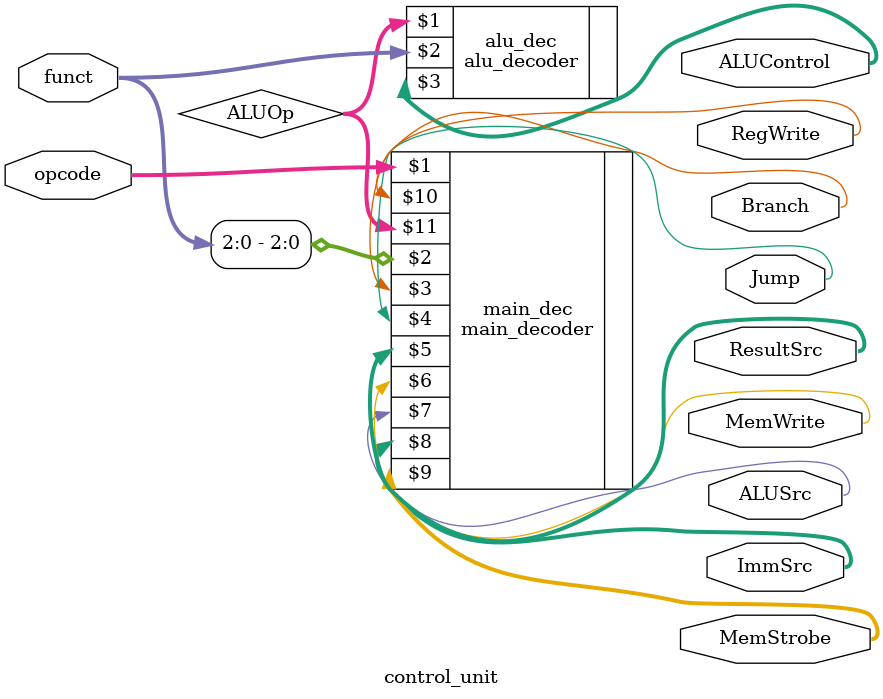
<source format=v>


module control_unit(opcode,funct,RegWrite,ResultSrc,MemWrite,Jump,Branch,ALUControl,ALUSrc,ImmSrc,MemStrobe);

input[6:0] opcode;
input[4:0] funct;
output RegWrite,MemWrite,Jump,Branch,ALUSrc;
output[1:0] ResultSrc,ImmSrc,MemStrobe;
output[3:0] ALUControl;

wire[1:0] ALUOp;


main_decoder main_dec(opcode,funct[2:0],Branch,Jump,ResultSrc,MemWrite,ALUSrc,ImmSrc,MemStrobe,RegWrite,ALUOp);
alu_decoder alu_dec(ALUOp,funct,ALUControl);

endmodule


</source>
